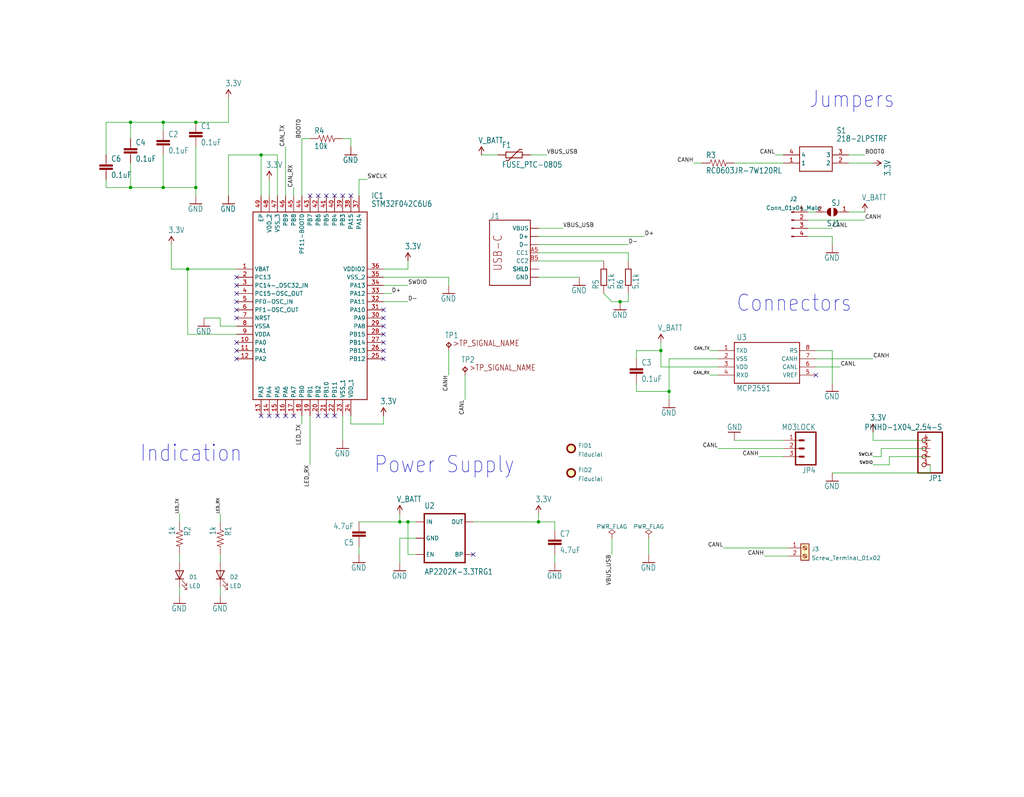
<source format=kicad_sch>
(kicad_sch (version 20211123) (generator eeschema)
  (paper "User" 318.77 248.209)
  (lib_symbols
    (symbol "CANine_v2-eagle-import:218-2LPSTRF"
      (property "Reference" "S" (at 16.51 7.62 0))
      (property "Value" "218-2LPSTRF" (at 16.51 5.08 0))
      (symbol "218-2LPSTRF_1_0"
        (polyline (pts (xy 5.08 2.54) (xy 5.08 -5.08)) (stroke (width 0.254)))
        (polyline (pts (xy 5.08 2.54) (xy 15.24 2.54)) (stroke (width 0.254)))
        (polyline (pts (xy 15.24 -5.08) (xy 5.08 -5.08)) (stroke (width 0.254)))
        (polyline (pts (xy 15.24 -5.08) (xy 15.24 2.54)) (stroke (width 0.254)))
        (pin bidirectional line (at 0 -2.54 0) (length 5.08) (name "1") (number "1"))
        (pin bidirectional line (at 20.32 -2.54 180) (length 5.08) (name "2") (number "2"))
        (pin bidirectional line (at 20.32 0 180) (length 5.08) (name "3") (number "3"))
        (pin bidirectional line (at 0 0 0) (length 5.08) (name "4") (number "4"))
      )
    )
    (symbol "CANine_v2-eagle-import:3.3V" (power)
      (property "Value" "3.3V" (at -1.016 3.556 0))
      (symbol "3.3V_1_0"
        (polyline (pts (xy 0 2.54) (xy -0.762 1.27)) (stroke (width 0.254)))
        (polyline (pts (xy 0.762 1.27) (xy 0 2.54)) (stroke (width 0.254)))
        (pin power_in line (at 0 0 90) (length 2.54) (name "3.3V") (number "1"))
      )
    )
    (symbol "CANine_v2-eagle-import:CAP0603-CAP"
      (property "Reference" "C" (at 1.524 2.921 0))
      (property "Value" "CAP0603-CAP" (at 1.524 -2.159 0))
      (symbol "CAP0603-CAP_1_0"
        (rectangle (start -2.032 0.508) (end 2.032 1.016) (fill (type outline)))
        (rectangle (start -2.032 1.524) (end 2.032 2.032) (fill (type outline)))
        (polyline (pts (xy 0 0) (xy 0 0.508)) (stroke (width 0.1524)))
        (polyline (pts (xy 0 2.54) (xy 0 2.032)) (stroke (width 0.1524)))
        (pin passive line (at 0 5.08 270) (length 2.54) (name "1") (number "1"))
        (pin passive line (at 0 -2.54 90) (length 2.54) (name "2") (number "2"))
      )
    )
    (symbol "CANine_v2-eagle-import:FUSE_PTC-0805"
      (property "Reference" "F" (at -3.81 2.0986 0))
      (property "Value" "FUSE_PTC-0805" (at -3.81 -4.002 0))
      (symbol "FUSE_PTC-0805_1_0"
        (polyline (pts (xy -2.54 -0.889) (xy -2.54 0.889)) (stroke (width 0.254)))
        (polyline (pts (xy -2.54 -0.889) (xy 2.54 -0.889)) (stroke (width 0.254)))
        (polyline (pts (xy -1.7 -1.7) (xy -2.5 -1.7)) (stroke (width 0.254)))
        (polyline (pts (xy 1.7 1.7) (xy -1.7 -1.7)) (stroke (width 0.254)))
        (polyline (pts (xy 1.7 1.7) (xy 2.5 1.7)) (stroke (width 0.254)))
        (polyline (pts (xy 2.54 -0.889) (xy 2.54 0.889)) (stroke (width 0.254)))
        (polyline (pts (xy 2.54 0.889) (xy -2.54 0.889)) (stroke (width 0.254)))
        (pin passive line (at -5.08 0 0) (length 2.54) (name "1") (number "1"))
        (pin passive line (at 5.08 0 180) (length 2.54) (name "2") (number "2"))
      )
    )
    (symbol "CANine_v2-eagle-import:GND" (power)
      (property "Value" "GND" (at -2.54 -2.54 0))
      (symbol "GND_1_0"
        (polyline (pts (xy -1.905 0) (xy 1.905 0)) (stroke (width 0.254)))
        (pin power_in line (at 0 2.54 270) (length 2.54) (name "GND") (number "1"))
      )
    )
    (symbol "CANine_v2-eagle-import:M03LOCK"
      (property "Reference" "JP" (at -2.54 5.842 0))
      (property "Value" "M03LOCK" (at -2.54 -7.62 0))
      (symbol "M03LOCK_1_0"
        (polyline (pts (xy -2.54 5.08) (xy -2.54 -5.08)) (stroke (width 0.4064)))
        (polyline (pts (xy -2.54 5.08) (xy 3.81 5.08)) (stroke (width 0.4064)))
        (polyline (pts (xy 1.27 -2.54) (xy 2.54 -2.54)) (stroke (width 0.6096)))
        (polyline (pts (xy 1.27 0) (xy 2.54 0)) (stroke (width 0.6096)))
        (polyline (pts (xy 1.27 2.54) (xy 2.54 2.54)) (stroke (width 0.6096)))
        (polyline (pts (xy 3.81 -5.08) (xy -2.54 -5.08)) (stroke (width 0.4064)))
        (polyline (pts (xy 3.81 -5.08) (xy 3.81 5.08)) (stroke (width 0.4064)))
        (pin passive line (at 7.62 -2.54 180) (length 5.08) (name "1") (number "1"))
        (pin passive line (at 7.62 0 180) (length 5.08) (name "2") (number "2"))
        (pin passive line (at 7.62 2.54 180) (length 5.08) (name "3") (number "3"))
      )
    )
    (symbol "CANine_v2-eagle-import:MCP2551"
      (property "Reference" "U" (at -4.445 10.795 0))
      (property "Value" "MCP2551" (at -4.445 -5.08 0))
      (symbol "MCP2551_1_0"
        (polyline (pts (xy -5.08 -2.54) (xy 15.24 -2.54)) (stroke (width 0.254)))
        (polyline (pts (xy -5.08 10.16) (xy -5.08 -2.54)) (stroke (width 0.254)))
        (polyline (pts (xy 15.24 -2.54) (xy 15.24 10.16)) (stroke (width 0.254)))
        (polyline (pts (xy 15.24 10.16) (xy -5.08 10.16)) (stroke (width 0.254)))
        (pin bidirectional line (at -10.16 7.62 0) (length 5.08) (name "TXD") (number "1"))
        (pin bidirectional line (at -10.16 5.08 0) (length 5.08) (name "VSS") (number "2"))
        (pin bidirectional line (at -10.16 2.54 0) (length 5.08) (name "VDD") (number "3"))
        (pin bidirectional line (at -10.16 0 0) (length 5.08) (name "RXD") (number "4"))
        (pin bidirectional line (at 20.32 0 180) (length 5.08) (name "VREF") (number "5"))
        (pin bidirectional line (at 20.32 2.54 180) (length 5.08) (name "CANL") (number "6"))
        (pin bidirectional line (at 20.32 5.08 180) (length 5.08) (name "CANH") (number "7"))
        (pin bidirectional line (at 20.32 7.62 180) (length 5.08) (name "RS") (number "8"))
      )
    )
    (symbol "CANine_v2-eagle-import:MIC52053.3V"
      (property "Reference" "U" (at -7.62 9.144 0))
      (property "Value" "MIC52053.3V" (at -7.62 -11.43 0))
      (symbol "MIC52053.3V_1_0"
        (polyline (pts (xy -7.62 -7.62) (xy 5.08 -7.62)) (stroke (width 0.4064)))
        (polyline (pts (xy -7.62 7.62) (xy -7.62 -7.62)) (stroke (width 0.4064)))
        (polyline (pts (xy 5.08 -7.62) (xy 5.08 7.62)) (stroke (width 0.4064)))
        (polyline (pts (xy 5.08 7.62) (xy -7.62 7.62)) (stroke (width 0.4064)))
        (pin input line (at -10.16 5.08 0) (length 2.54) (name "IN") (number "1"))
        (pin input line (at -10.16 0 0) (length 2.54) (name "GND") (number "2"))
        (pin input line (at -10.16 -5.08 0) (length 2.54) (name "EN") (number "3"))
        (pin input line (at 7.62 -5.08 180) (length 2.54) (name "BP") (number "4"))
        (pin passive line (at 7.62 5.08 180) (length 2.54) (name "OUT") (number "5"))
      )
    )
    (symbol "CANine_v2-eagle-import:PINHD-1X04_2.54-S"
      (property "Reference" "JP" (at -6.35 8.255 0))
      (property "Value" "PINHD-1X04_2.54-S" (at -6.35 -7.62 0))
      (symbol "PINHD-1X04_2.54-S_1_0"
        (polyline (pts (xy -6.35 -5.08) (xy 1.27 -5.08)) (stroke (width 0.4064)))
        (polyline (pts (xy -6.35 7.62) (xy -6.35 -5.08)) (stroke (width 0.4064)))
        (polyline (pts (xy 1.27 -5.08) (xy 1.27 7.62)) (stroke (width 0.4064)))
        (polyline (pts (xy 1.27 7.62) (xy -6.35 7.62)) (stroke (width 0.4064)))
        (pin passive inverted (at -2.54 5.08 0) (length 2.54) (name "1") (number "1"))
        (pin passive inverted (at -2.54 2.54 0) (length 2.54) (name "2") (number "2"))
        (pin passive inverted (at -2.54 0 0) (length 2.54) (name "3") (number "3"))
        (pin passive inverted (at -2.54 -2.54 0) (length 2.54) (name "4") (number "4"))
      )
    )
    (symbol "CANine_v2-eagle-import:R-EU_R0603"
      (property "Reference" "R" (at -3.81 1.4986 0))
      (property "Value" "R-EU_R0603" (at -3.81 -3.302 0))
      (symbol "R-EU_R0603_1_0"
        (polyline (pts (xy -2.54 -0.889) (xy -2.54 0.889)) (stroke (width 0.254)))
        (polyline (pts (xy -2.54 -0.889) (xy 2.54 -0.889)) (stroke (width 0.254)))
        (polyline (pts (xy 2.54 -0.889) (xy 2.54 0.889)) (stroke (width 0.254)))
        (polyline (pts (xy 2.54 0.889) (xy -2.54 0.889)) (stroke (width 0.254)))
        (pin passive line (at -5.08 0 0) (length 2.54) (name "1") (number "1"))
        (pin passive line (at 5.08 0 180) (length 2.54) (name "2") (number "2"))
      )
    )
    (symbol "CANine_v2-eagle-import:RESISTOR0603-RES"
      (property "Reference" "R" (at -3.81 1.4986 0))
      (property "Value" "RESISTOR0603-RES" (at -3.81 -3.302 0))
      (symbol "RESISTOR0603-RES_1_0"
        (polyline (pts (xy -2.54 0) (xy -2.159 1.016)) (stroke (width 0.1524)))
        (polyline (pts (xy -2.159 1.016) (xy -1.524 -1.016)) (stroke (width 0.1524)))
        (polyline (pts (xy -1.524 -1.016) (xy -0.889 1.016)) (stroke (width 0.1524)))
        (polyline (pts (xy -0.889 1.016) (xy -0.254 -1.016)) (stroke (width 0.1524)))
        (polyline (pts (xy -0.254 -1.016) (xy 0.381 1.016)) (stroke (width 0.1524)))
        (polyline (pts (xy 0.381 1.016) (xy 1.016 -1.016)) (stroke (width 0.1524)))
        (polyline (pts (xy 1.016 -1.016) (xy 1.651 1.016)) (stroke (width 0.1524)))
        (polyline (pts (xy 1.651 1.016) (xy 2.286 -1.016)) (stroke (width 0.1524)))
        (polyline (pts (xy 2.286 -1.016) (xy 2.54 0)) (stroke (width 0.1524)))
        (pin passive line (at -5.08 0 0) (length 2.54) (name "1") (number "1"))
        (pin passive line (at 5.08 0 180) (length 2.54) (name "2") (number "2"))
      )
    )
    (symbol "CANine_v2-eagle-import:SJ"
      (property "Reference" "SJ" (at -2.54 2.54 0))
      (property "Value" "SJ" (at -2.54 -3.81 0))
      (symbol "SJ_1_0"
        (arc (start -0.381 1.2699) (mid -1.6508 0) (end -0.381 -1.2699) (stroke (width 0.0001)) (fill (type outline)))
        (polyline (pts (xy -2.54 0) (xy -1.651 0)) (stroke (width 0.1524)))
        (polyline (pts (xy 2.54 0) (xy 1.651 0)) (stroke (width 0.1524)))
        (arc (start 0.381 -1.2699) (mid 1.6508 0) (end 0.381 1.2699) (stroke (width 0.0001)) (fill (type outline)))
        (pin passive line (at -5.08 0 0) (length 2.54) (name "1") (number "1"))
        (pin passive line (at 5.08 0 180) (length 2.54) (name "2") (number "2"))
      )
    )
    (symbol "CANine_v2-eagle-import:SPARKFUN-CONNECTORS_USB_C16PIN"
      (property "Reference" "J" (at -2.54 10.414 0))
      (property "Value" "SPARKFUN-CONNECTORS_USB_C16PIN" (at -2.54 -12.446 0))
      (symbol "SPARKFUN-CONNECTORS_USB_C16PIN_1_0"
        (polyline (pts (xy -2.54 -10.16) (xy -2.54 10.16)) (stroke (width 0.254)))
        (polyline (pts (xy -2.54 -10.16) (xy 10.16 -10.16)) (stroke (width 0.254)))
        (polyline (pts (xy 10.16 -10.16) (xy 10.16 10.16)) (stroke (width 0.254)))
        (polyline (pts (xy 10.16 10.16) (xy -2.54 10.16)) (stroke (width 0.254)))
        (text "USB-C" (at 0 0 900) (effects (font (size 2.54 2.159))))
        (pin bidirectional line (at 12.7 0 180) (length 2.54) (name "CC1") (number "A5"))
        (pin bidirectional line (at 12.7 5.08 180) (length 2.54) (name "D+") (number "A6"))
        (pin bidirectional line (at 12.7 2.54 180) (length 2.54) (name "D-") (number "A7"))
        (pin bidirectional line (at 12.7 -2.54 180) (length 2.54) (name "CC2") (number "B5"))
        (pin bidirectional line (at 12.7 5.08 180) (length 2.54) (name "D+") (number "B6"))
        (pin bidirectional line (at 12.7 2.54 180) (length 2.54) (name "D-") (number "B7"))
        (pin bidirectional line (at 12.7 -7.62 180) (length 2.54) (name "GND") (number "GND"))
        (pin bidirectional line (at 12.7 -7.62 180) (length 2.54) (name "GND") (number "GND2"))
        (pin bidirectional line (at 12.7 -5.08 180) (length 2.54) (name "SHLD") (number "SHLD1"))
        (pin bidirectional line (at 12.7 -5.08 180) (length 2.54) (name "SHLD") (number "SHLD2"))
        (pin bidirectional line (at 12.7 -5.08 180) (length 2.54) (name "SHLD") (number "SHLD3"))
        (pin bidirectional line (at 12.7 -5.08 180) (length 2.54) (name "SHLD") (number "SHLD4"))
        (pin bidirectional line (at 12.7 -5.08 180) (length 2.54) (name "SHLD") (number "SHLD5"))
        (pin bidirectional line (at 12.7 -5.08 180) (length 2.54) (name "SHLD") (number "SHLD6"))
        (pin bidirectional line (at 12.7 -5.08 180) (length 2.54) (name "SHLD") (number "SHLD7"))
        (pin bidirectional line (at 12.7 -5.08 180) (length 2.54) (name "SHLD") (number "SHLD8"))
        (pin bidirectional line (at 12.7 7.62 180) (length 2.54) (name "VBUS") (number "VBUS1"))
        (pin bidirectional line (at 12.7 7.62 180) (length 2.54) (name "VBUS") (number "VBUS2"))
      )
    )
    (symbol "CANine_v2-eagle-import:STM32F042C6U6"
      (property "Reference" "IC" (at 41.91 22.86 0))
      (property "Value" "STM32F042C6U6" (at 41.91 20.32 0))
      (symbol "STM32F042C6U6_1_0"
        (polyline (pts (xy 5.08 17.78) (xy 5.08 -40.64)) (stroke (width 0.254)))
        (polyline (pts (xy 5.08 17.78) (xy 40.64 17.78)) (stroke (width 0.254)))
        (polyline (pts (xy 40.64 -40.64) (xy 5.08 -40.64)) (stroke (width 0.254)))
        (polyline (pts (xy 40.64 -40.64) (xy 40.64 17.78)) (stroke (width 0.254)))
        (pin bidirectional line (at 0 0 0) (length 5.08) (name "VBAT") (number "1"))
        (pin bidirectional line (at 0 -22.86 0) (length 5.08) (name "PA0") (number "10"))
        (pin bidirectional line (at 0 -25.4 0) (length 5.08) (name "PA1") (number "11"))
        (pin bidirectional line (at 0 -27.94 0) (length 5.08) (name "PA2") (number "12"))
        (pin bidirectional line (at 7.62 -45.72 90) (length 5.08) (name "PA3") (number "13"))
        (pin bidirectional line (at 10.16 -45.72 90) (length 5.08) (name "PA4") (number "14"))
        (pin bidirectional line (at 12.7 -45.72 90) (length 5.08) (name "PA5") (number "15"))
        (pin bidirectional line (at 15.24 -45.72 90) (length 5.08) (name "PA6") (number "16"))
        (pin bidirectional line (at 17.78 -45.72 90) (length 5.08) (name "PA7") (number "17"))
        (pin bidirectional line (at 20.32 -45.72 90) (length 5.08) (name "PB0") (number "18"))
        (pin bidirectional line (at 22.86 -45.72 90) (length 5.08) (name "PB1") (number "19"))
        (pin bidirectional line (at 0 -2.54 0) (length 5.08) (name "PC13") (number "2"))
        (pin bidirectional line (at 25.4 -45.72 90) (length 5.08) (name "PB2") (number "20"))
        (pin bidirectional line (at 27.94 -45.72 90) (length 5.08) (name "PB10") (number "21"))
        (pin bidirectional line (at 30.48 -45.72 90) (length 5.08) (name "PB11") (number "22"))
        (pin bidirectional line (at 33.02 -45.72 90) (length 5.08) (name "VSS_1") (number "23"))
        (pin bidirectional line (at 35.56 -45.72 90) (length 5.08) (name "VDD_1") (number "24"))
        (pin bidirectional line (at 45.72 -27.94 180) (length 5.08) (name "PB12") (number "25"))
        (pin bidirectional line (at 45.72 -25.4 180) (length 5.08) (name "PB13") (number "26"))
        (pin bidirectional line (at 45.72 -22.86 180) (length 5.08) (name "PB14") (number "27"))
        (pin bidirectional line (at 45.72 -20.32 180) (length 5.08) (name "PB15") (number "28"))
        (pin bidirectional line (at 45.72 -17.78 180) (length 5.08) (name "PA8") (number "29"))
        (pin bidirectional line (at 0 -5.08 0) (length 5.08) (name "PC14-_OSC32_IN") (number "3"))
        (pin bidirectional line (at 45.72 -15.24 180) (length 5.08) (name "PA9") (number "30"))
        (pin bidirectional line (at 45.72 -12.7 180) (length 5.08) (name "PA10") (number "31"))
        (pin bidirectional line (at 45.72 -10.16 180) (length 5.08) (name "PA11") (number "32"))
        (pin bidirectional line (at 45.72 -7.62 180) (length 5.08) (name "PA12") (number "33"))
        (pin bidirectional line (at 45.72 -5.08 180) (length 5.08) (name "PA13") (number "34"))
        (pin bidirectional line (at 45.72 -2.54 180) (length 5.08) (name "VSS_2") (number "35"))
        (pin bidirectional line (at 45.72 0 180) (length 5.08) (name "VDDIO2") (number "36"))
        (pin bidirectional line (at 38.1 22.86 270) (length 5.08) (name "PA14") (number "37"))
        (pin bidirectional line (at 35.56 22.86 270) (length 5.08) (name "PA15") (number "38"))
        (pin bidirectional line (at 33.02 22.86 270) (length 5.08) (name "PB3") (number "39"))
        (pin bidirectional line (at 0 -7.62 0) (length 5.08) (name "PC15-OSC_OUT") (number "4"))
        (pin bidirectional line (at 30.48 22.86 270) (length 5.08) (name "PB4") (number "40"))
        (pin bidirectional line (at 27.94 22.86 270) (length 5.08) (name "PB5") (number "41"))
        (pin bidirectional line (at 25.4 22.86 270) (length 5.08) (name "PB6") (number "42"))
        (pin bidirectional line (at 22.86 22.86 270) (length 5.08) (name "PB7") (number "43"))
        (pin bidirectional line (at 20.32 22.86 270) (length 5.08) (name "PF11-BOOT0") (number "44"))
        (pin bidirectional line (at 17.78 22.86 270) (length 5.08) (name "PB8") (number "45"))
        (pin bidirectional line (at 15.24 22.86 270) (length 5.08) (name "PB9") (number "46"))
        (pin bidirectional line (at 12.7 22.86 270) (length 5.08) (name "VSS_3") (number "47"))
        (pin bidirectional line (at 10.16 22.86 270) (length 5.08) (name "VDD_2") (number "48"))
        (pin bidirectional line (at 7.62 22.86 270) (length 5.08) (name "EP") (number "49"))
        (pin bidirectional line (at 0 -10.16 0) (length 5.08) (name "PF0-OSC_IN") (number "5"))
        (pin bidirectional line (at 0 -12.7 0) (length 5.08) (name "PF1-OSC_OUT") (number "6"))
        (pin bidirectional line (at 0 -15.24 0) (length 5.08) (name "NRST") (number "7"))
        (pin bidirectional line (at 0 -17.78 0) (length 5.08) (name "VSSA") (number "8"))
        (pin bidirectional line (at 0 -20.32 0) (length 5.08) (name "VDDA") (number "9"))
      )
    )
    (symbol "CANine_v2-eagle-import:TPTP16R"
      (property "Reference" "TP" (at -1.27 1.27 0))
      (symbol "TPTP16R_1_0"
        (polyline (pts (xy -0.762 -0.762) (xy 0 0)) (stroke (width 0.254)))
        (polyline (pts (xy 0 -1.524) (xy -0.762 -0.762)) (stroke (width 0.254)))
        (polyline (pts (xy 0 0) (xy 0.762 -0.762)) (stroke (width 0.254)))
        (polyline (pts (xy 0.762 -0.762) (xy 0 -1.524)) (stroke (width 0.254)))
        (text ">TP_SIGNAL_NAME" (at 1.27 -1.27 0) (effects (font (size 1.778 1.5113)) (justify left bottom)))
        (pin input line (at 0 -2.54 90) (length 2.54) (name "TP") (number "TP"))
      )
    )
    (symbol "CANine_v2-eagle-import:V_BATT" (power)
      (property "Value" "V_BATT" (at -1.016 3.556 0))
      (symbol "V_BATT_1_0"
        (polyline (pts (xy 0 2.54) (xy -0.762 1.27)) (stroke (width 0.254)))
        (polyline (pts (xy 0.762 1.27) (xy 0 2.54)) (stroke (width 0.254)))
        (pin power_in line (at 0 0 90) (length 2.54) (name "V_BATT") (number "1"))
      )
    )
    (symbol "Connector:Conn_01x04_Male" (pin_names (offset 1.016) hide)
      (property "Reference" "J" (at 0 5.08 0))
      (property "Value" "Conn_01x04_Male" (at 0 -7.62 0))
      (symbol "Conn_01x04_Male_1_1"
        (polyline (pts (xy 1.27 -5.08) (xy 0.8636 -5.08)) (stroke (width 0.1524)))
        (polyline (pts (xy 1.27 -2.54) (xy 0.8636 -2.54)) (stroke (width 0.1524)))
        (polyline (pts (xy 1.27 0) (xy 0.8636 0)) (stroke (width 0.1524)))
        (polyline (pts (xy 1.27 2.54) (xy 0.8636 2.54)) (stroke (width 0.1524)))
        (rectangle (start 0.8636 -4.953) (end 0 -5.207) (stroke (width 0.1524)) (fill (type outline)))
        (rectangle (start 0.8636 -2.413) (end 0 -2.667) (stroke (width 0.1524)) (fill (type outline)))
        (rectangle (start 0.8636 0.127) (end 0 -0.127) (stroke (width 0.1524)) (fill (type outline)))
        (rectangle (start 0.8636 2.667) (end 0 2.413) (stroke (width 0.1524)) (fill (type outline)))
        (pin passive line (at 5.08 2.54 180) (length 3.81) (name "Pin_1") (number "1"))
        (pin passive line (at 5.08 0 180) (length 3.81) (name "Pin_2") (number "2"))
        (pin passive line (at 5.08 -2.54 180) (length 3.81) (name "Pin_3") (number "3"))
        (pin passive line (at 5.08 -5.08 180) (length 3.81) (name "Pin_4") (number "4"))
      )
    )
    (symbol "Connector:Screw_Terminal_01x02" (pin_names (offset 1.016) hide)
      (property "Reference" "J" (at 0 2.54 0))
      (property "Value" "Screw_Terminal_01x02" (at 0 -5.08 0))
      (symbol "Screw_Terminal_01x02_1_1"
        (rectangle (start -1.27 1.27) (end 1.27 -3.81) (stroke (width 0.254)) (fill (type background)))
        (circle (center 0 -2.54) (radius 0.635) (stroke (width 0.1524)))
        (polyline (pts (xy -0.5334 -2.2098) (xy 0.3302 -3.048)) (stroke (width 0.1524)))
        (polyline (pts (xy -0.5334 0.3302) (xy 0.3302 -0.508)) (stroke (width 0.1524)))
        (polyline (pts (xy -0.3556 -2.032) (xy 0.508 -2.8702)) (stroke (width 0.1524)))
        (polyline (pts (xy -0.3556 0.508) (xy 0.508 -0.3302)) (stroke (width 0.1524)))
        (circle (center 0 0) (radius 0.635) (stroke (width 0.1524)))
        (pin passive line (at -5.08 0 0) (length 3.81) (name "Pin_1") (number "1"))
        (pin passive line (at -5.08 -2.54 0) (length 3.81) (name "Pin_2") (number "2"))
      )
    )
    (symbol "Device:LED" (pin_numbers hide) (pin_names (offset 1.016) hide)
      (property "Reference" "D" (at 0 2.54 0))
      (property "Value" "LED" (at 0 -2.54 0))
      (symbol "LED_0_1"
        (polyline (pts (xy -1.27 -1.27) (xy -1.27 1.27)) (stroke (width 0.254)))
        (polyline (pts (xy -1.27 0) (xy 1.27 0)))
        (polyline (pts (xy 1.27 -1.27) (xy 1.27 1.27) (xy -1.27 0) (xy 1.27 -1.27)) (stroke (width 0.254)))
        (polyline (pts (xy -3.048 -0.762) (xy -4.572 -2.286) (xy -3.81 -2.286) (xy -4.572 -2.286) (xy -4.572 -1.524)))
        (polyline (pts (xy -1.778 -0.762) (xy -3.302 -2.286) (xy -2.54 -2.286) (xy -3.302 -2.286) (xy -3.302 -1.524)))
      )
      (symbol "LED_1_1"
        (pin passive line (at -3.81 0 0) (length 2.54) (name "K") (number "1"))
        (pin passive line (at 3.81 0 180) (length 2.54) (name "A") (number "2"))
      )
    )
    (symbol "Mechanical:Fiducial"
      (property "Reference" "FID" (at 0 5.08 0))
      (property "Value" "Fiducial" (at 0 3.175 0))
      (symbol "Fiducial_0_1"
        (circle (center 0 0) (radius 1.27) (stroke (width 0.508)) (fill (type background)))
      )
    )
    (symbol "power:PWR_FLAG" (power) (pin_numbers hide) (pin_names (offset 0) hide)
      (property "Value" "PWR_FLAG" (at 0 3.81 0))
      (symbol "PWR_FLAG_0_0"
        (pin power_out line (at 0 0 90) (length 0) (name "pwr") (number "1"))
      )
      (symbol "PWR_FLAG_0_1"
        (polyline (pts (xy 0 0) (xy 0 1.27) (xy -1.016 1.905) (xy 0 2.54) (xy 1.016 1.905) (xy 0 1.27)))
      )
    )
  )
  (junction (at 50.8 38.1))
  (junction (at 193.04 93.98))
  (junction (at 60.96 58.42))
  (junction (at 60.96 38.1))
  (junction (at 50.8 58.42))
  (junction (at 167.64 162.56))
  (junction (at 127 162.56))
  (junction (at 205.74 109.22))
  (junction (at 58.42 83.82))
  (junction (at 40.64 58.42))
  (junction (at 40.64 38.1))
  (junction (at 124.46 162.56))
  (junction (at 208.28 121.92))
  (junction (at 81.28 48.26))
  (no_connect (at 254 116.84))
  (no_connect (at 83.82 129.54))
  (no_connect (at 81.28 129.54))
  (no_connect (at 73.66 96.52))
  (no_connect (at 73.66 99.06))
  (no_connect (at 73.66 111.76))
  (no_connect (at 73.66 109.22))
  (no_connect (at 73.66 106.68))
  (no_connect (at 119.38 111.76))
  (no_connect (at 119.38 109.22))
  (no_connect (at 119.38 106.68))
  (no_connect (at 119.38 104.14))
  (no_connect (at 119.38 101.6))
  (no_connect (at 119.38 99.06))
  (no_connect (at 119.38 96.52))
  (no_connect (at 99.06 129.54))
  (no_connect (at 101.6 129.54))
  (no_connect (at 86.36 129.54))
  (no_connect (at 88.9 129.54))
  (no_connect (at 91.44 129.54))
  (no_connect (at 104.14 129.54))
  (no_connect (at 73.66 86.36))
  (no_connect (at 73.66 88.9))
  (no_connect (at 73.66 91.44))
  (no_connect (at 73.66 93.98))
  (no_connect (at 147.32 172.72))
  (no_connect (at 109.22 60.96))
  (no_connect (at 106.68 60.96))
  (no_connect (at 104.14 60.96))
  (no_connect (at 101.6 60.96))
  (no_connect (at 99.06 60.96))
  (no_connect (at 96.52 60.96))
  (wire (pts (xy 71.12 38.1) (xy 71.12 30.48)))
  (wire (pts (xy 208.28 121.92) (xy 208.28 124.46)))
  (wire (pts (xy 71.12 38.1) (xy 60.96 38.1)))
  (wire (pts (xy 167.64 73.66) (xy 200.66 73.66)))
  (wire (pts (xy 73.66 104.14) (xy 58.42 104.14)))
  (wire (pts (xy 119.38 88.9) (xy 127 88.9)))
  (wire (pts (xy 109.22 43.18) (xy 109.22 45.72)))
  (wire (pts (xy 243.84 50.8) (xy 228.6 50.8)))
  (wire (pts (xy 245.491 170.688) (xy 225.171 170.688)))
  (wire (pts (xy 220.98 109.22) (xy 223.52 109.22)))
  (wire (pts (xy 119.38 132.08) (xy 119.38 129.54)))
  (wire (pts (xy 139.7 86.36) (xy 139.7 88.9)))
  (wire (pts (xy 167.64 71.12) (xy 175.26 71.12)))
  (wire (pts (xy 60.96 58.42) (xy 60.96 60.96)))
  (wire (pts (xy 274.32 139.7) (xy 289.56 139.7)))
  (wire (pts (xy 243.84 139.7) (xy 223.52 139.7)))
  (wire (pts (xy 195.58 91.44) (xy 195.58 93.98)))
  (wire (pts (xy 71.12 48.26) (xy 71.12 60.96)))
  (wire (pts (xy 147.32 162.56) (xy 167.64 162.56)))
  (wire (pts (xy 86.36 60.96) (xy 86.36 48.26)))
  (wire (pts (xy 81.28 60.96) (xy 81.28 48.26)))
  (wire (pts (xy 259.08 147.32) (xy 289.56 147.32)))
  (wire (pts (xy 119.38 83.82) (xy 127 83.82)))
  (wire (pts (xy 109.22 132.08) (xy 119.38 132.08)))
  (wire (pts (xy 68.58 182.88) (xy 68.58 185.42)))
  (wire (pts (xy 276.86 144.78) (xy 276.86 142.24)))
  (wire (pts (xy 73.66 101.6) (xy 68.58 101.6)))
  (wire (pts (xy 96.52 129.54) (xy 96.52 144.78)))
  (wire (pts (xy 33.02 55.88) (xy 33.02 58.42)))
  (wire (pts (xy 111.76 172.72) (xy 111.76 170.18)))
  (wire (pts (xy 58.42 104.14) (xy 58.42 83.82)))
  (wire (pts (xy 190.5 93.98) (xy 193.04 93.98)))
  (wire (pts (xy 119.38 86.36) (xy 139.7 86.36)))
  (wire (pts (xy 167.64 86.36) (xy 180.34 86.36)))
  (wire (pts (xy 198.12 111.76) (xy 198.12 109.22)))
  (wire (pts (xy 83.82 60.96) (xy 83.82 55.88)))
  (wire (pts (xy 81.28 48.26) (xy 71.12 48.26)))
  (wire (pts (xy 198.12 109.22) (xy 205.74 109.22)))
  (wire (pts (xy 167.64 78.74) (xy 195.58 78.74)))
  (wire (pts (xy 129.54 167.64) (xy 124.46 167.64)))
  (wire (pts (xy 172.72 162.56) (xy 172.72 165.1)))
  (wire (pts (xy 50.8 58.42) (xy 50.8 48.26)))
  (wire (pts (xy 167.64 76.2) (xy 195.58 76.2)))
  (wire (pts (xy 223.52 111.76) (xy 208.28 111.76)))
  (wire (pts (xy 93.98 129.54) (xy 93.98 132.08)))
  (wire (pts (xy 243.84 137.16) (xy 228.6 137.16)))
  (wire (pts (xy 50.8 38.1) (xy 50.8 40.64)))
  (wire (pts (xy 195.58 78.74) (xy 195.58 81.28)))
  (wire (pts (xy 106.68 43.18) (xy 109.22 43.18)))
  (wire (pts (xy 33.02 38.1) (xy 33.02 48.26)))
  (wire (pts (xy 208.28 111.76) (xy 208.28 121.92)))
  (wire (pts (xy 139.7 109.22) (xy 139.7 116.84)))
  (wire (pts (xy 205.74 109.22) (xy 205.74 106.68)))
  (wire (pts (xy 40.64 50.8) (xy 40.64 58.42)))
  (wire (pts (xy 259.08 109.22) (xy 259.08 119.38)))
  (wire (pts (xy 254 111.76) (xy 271.78 111.76)))
  (wire (pts (xy 40.64 58.42) (xy 50.8 58.42)))
  (wire (pts (xy 218.44 50.8) (xy 215.9 50.8)))
  (wire (pts (xy 205.74 114.3) (xy 205.74 109.22)))
  (wire (pts (xy 243.84 142.24) (xy 236.22 142.24)))
  (wire (pts (xy 111.76 162.56) (xy 124.46 162.56)))
  (wire (pts (xy 124.46 162.56) (xy 124.46 160.02)))
  (wire (pts (xy 201.93 167.64) (xy 201.93 172.72)))
  (wire (pts (xy 68.58 160.02) (xy 68.58 162.56)))
  (wire (pts (xy 167.64 81.28) (xy 187.96 81.28)))
  (wire (pts (xy 119.38 91.44) (xy 121.92 91.44)))
  (wire (pts (xy 198.12 119.38) (xy 198.12 121.92)))
  (wire (pts (xy 251.46 71.12) (xy 259.08 71.12)))
  (wire (pts (xy 129.54 172.72) (xy 127 172.72)))
  (wire (pts (xy 251.46 66.04) (xy 254 66.04)))
  (wire (pts (xy 40.64 38.1) (xy 40.64 43.18)))
  (wire (pts (xy 289.56 147.32) (xy 289.56 144.78)))
  (wire (pts (xy 73.66 83.82) (xy 58.42 83.82)))
  (wire (pts (xy 127 172.72) (xy 127 162.56)))
  (wire (pts (xy 195.58 93.98) (xy 193.04 93.98)))
  (wire (pts (xy 190.5 167.64) (xy 190.5 172.72)))
  (wire (pts (xy 274.32 142.24) (xy 274.32 139.7)))
  (wire (pts (xy 40.64 58.42) (xy 33.02 58.42)))
  (wire (pts (xy 58.42 83.82) (xy 53.34 83.82)))
  (wire (pts (xy 271.78 142.24) (xy 274.32 142.24)))
  (wire (pts (xy 68.58 99.06) (xy 63.5 99.06)))
  (wire (pts (xy 53.34 76.2) (xy 53.34 83.82)))
  (wire (pts (xy 55.88 160.02) (xy 55.88 162.56)))
  (wire (pts (xy 245.491 173.228) (xy 237.871 173.228)))
  (wire (pts (xy 88.9 60.96) (xy 88.9 45.72)))
  (wire (pts (xy 251.46 68.58) (xy 269.24 68.58)))
  (wire (pts (xy 127 162.56) (xy 124.46 162.56)))
  (wire (pts (xy 86.36 48.26) (xy 81.28 48.26)))
  (wire (pts (xy 154.94 48.26) (xy 149.86 48.26)))
  (wire (pts (xy 50.8 58.42) (xy 60.96 58.42)))
  (wire (pts (xy 93.98 60.96) (xy 93.98 43.18)))
  (wire (pts (xy 68.58 175.26) (xy 68.58 172.72)))
  (wire (pts (xy 187.96 91.44) (xy 190.5 93.98)))
  (wire (pts (xy 223.52 116.84) (xy 220.98 116.84)))
  (wire (pts (xy 243.84 48.26) (xy 241.3 48.26)))
  (wire (pts (xy 124.46 167.64) (xy 124.46 175.26)))
  (wire (pts (xy 276.86 142.24) (xy 289.56 142.24)))
  (wire (pts (xy 119.38 93.98) (xy 127 93.98)))
  (wire (pts (xy 167.64 162.56) (xy 172.72 162.56)))
  (wire (pts (xy 40.64 38.1) (xy 33.02 38.1)))
  (wire (pts (xy 55.88 182.88) (xy 55.88 185.42)))
  (wire (pts (xy 271.78 137.16) (xy 271.78 134.62)))
  (wire (pts (xy 167.64 162.56) (xy 167.64 160.02)))
  (wire (pts (xy 271.78 137.16) (xy 289.56 137.16)))
  (wire (pts (xy 165.1 48.26) (xy 170.18 48.26)))
  (wire (pts (xy 111.76 55.88) (xy 114.3 55.88)))
  (wire (pts (xy 50.8 38.1) (xy 40.64 38.1)))
  (wire (pts (xy 127 83.82) (xy 127 81.28)))
  (wire (pts (xy 223.52 114.3) (xy 205.74 114.3)))
  (wire (pts (xy 264.16 66.04) (xy 269.24 66.04)))
  (wire (pts (xy 254 114.3) (xy 261.62 114.3)))
  (wire (pts (xy 55.88 175.26) (xy 55.88 172.72)))
  (wire (pts (xy 60.96 38.1) (xy 50.8 38.1)))
  (wire (pts (xy 144.78 116.84) (xy 144.78 124.46)))
  (wire (pts (xy 271.78 50.8) (xy 264.16 50.8)))
  (wire (pts (xy 271.78 144.78) (xy 276.86 144.78)))
  (wire (pts (xy 127 162.56) (xy 129.54 162.56)))
  (wire (pts (xy 251.46 73.66) (xy 259.08 73.66)))
  (wire (pts (xy 172.72 175.26) (xy 172.72 172.72)))
  (wire (pts (xy 111.76 60.96) (xy 111.76 55.88)))
  (wire (pts (xy 254 109.22) (xy 259.08 109.22)))
  (wire (pts (xy 259.08 73.66) (xy 259.08 76.2)))
  (wire (pts (xy 264.16 48.26) (xy 269.24 48.26)))
  (wire (pts (xy 60.96 58.42) (xy 60.96 45.72)))
  (wire (pts (xy 91.44 60.96) (xy 91.44 58.42)))
  (wire (pts (xy 96.52 43.18) (xy 93.98 43.18)))
  (wire (pts (xy 198.12 121.92) (xy 208.28 121.92)))
  (wire (pts (xy 68.58 101.6) (xy 68.58 99.06)))
  (wire (pts (xy 109.22 129.54) (xy 109.22 132.08)))
  (wire (pts (xy 106.68 129.54) (xy 106.68 137.16)))
  (text "Jumpers" (at 251.714 34.036 180) (effects (font (size 5.08 4.318)) (justify left bottom)))
  (text "Connectors" (at 229.108 97.536 180) (effects (font (size 5.08 4.318)) (justify left bottom)))
  (text "Indication" (at 43.434 144.272 180) (effects (font (size 5.08 4.318)) (justify left bottom)))
  (text "Power Supply" (at 116.332 147.828 180) (effects (font (size 5.08 4.318)) (justify left bottom)))
  (label "D+" (at 121.92 91.44 0) (effects (font (size 1.2446 1.2446))))
  (label "CANL" (at 144.78 124.46 270) (effects (font (size 1.2446 1.2446))))
  (label "SWDIO" (at 271.78 144.78 180) (effects (font (size 0.889 0.889))))
  (label "D-" (at 127 93.98 0) (effects (font (size 1.2446 1.2446))))
  (label "BOOT0" (at 269.24 48.26 0) (effects (font (size 1.2446 1.2446))))
  (label "CANH" (at 139.7 116.84 270) (effects (font (size 1.2446 1.2446))))
  (label "CAN_RX" (at 220.98 116.84 180) (effects (font (size 0.889 0.889))))
  (label "LED_RX" (at 96.52 144.78 270) (effects (font (size 1.2446 1.2446))))
  (label "SWCLK" (at 114.3 55.88 0) (effects (font (size 1.2446 1.2446))))
  (label "BOOT0" (at 93.98 43.18 90) (effects (font (size 1.2446 1.2446))))
  (label "CANL" (at 261.62 114.3 0) (effects (font (size 1.2446 1.2446))))
  (label "CAN_TX" (at 88.9 45.72 90) (effects (font (size 1.2446 1.2446))))
  (label "CAN_RX" (at 91.44 58.42 90) (effects (font (size 1.2446 1.2446))))
  (label "D+" (at 200.66 73.66 0) (effects (font (size 1.2446 1.2446))))
  (label "CANL" (at 259.08 71.12 0) (effects (font (size 1.2446 1.2446))))
  (label "LED_TX" (at 55.88 160.02 90) (effects (font (size 0.889 0.889))))
  (label "CANH" (at 269.24 68.58 0) (effects (font (size 1.2446 1.2446))))
  (label "VBUS_USB" (at 175.26 71.12 0) (effects (font (size 1.2446 1.2446))))
  (label "CANH" (at 215.9 50.8 180) (effects (font (size 1.2446 1.2446))))
  (label "LED_TX" (at 93.98 132.08 270) (effects (font (size 1.2446 1.2446))))
  (label "SWDIO" (at 127 88.9 0) (effects (font (size 1.2446 1.2446))))
  (label "CAN_TX" (at 220.98 109.22 180) (effects (font (size 0.889 0.889))))
  (label "D-" (at 195.58 76.2 0) (effects (font (size 1.2446 1.2446))))
  (label "LED_RX" (at 68.58 160.02 90) (effects (font (size 0.889 0.889))))
  (label "VBUS_USB" (at 190.5 172.72 270) (effects (font (size 1.2446 1.2446))))
  (label "CANL" (at 223.52 139.7 180) (effects (font (size 1.2446 1.2446))))
  (label "CANL" (at 225.171 170.688 180) (effects (font (size 1.2446 1.2446))))
  (label "CANH" (at 236.22 142.24 180) (effects (font (size 1.2446 1.2446))))
  (label "VBUS_USB" (at 170.18 48.26 0) (effects (font (size 1.2446 1.2446))))
  (label "SWCLK" (at 271.78 142.24 180) (effects (font (size 0.889 0.889))))
  (label "CANL" (at 241.3 48.26 180) (effects (font (size 1.2446 1.2446))))
  (label "CANH" (at 271.78 111.76 0) (effects (font (size 1.2446 1.2446))))
  (label "CANH" (at 237.871 173.228 180) (effects (font (size 1.2446 1.2446))))
  (symbol (lib_id "CANine_v2-eagle-import:SPARKFUN-CONNECTORS_USB_C16PIN") (at 154.94 78.74 0)
    (property "Reference" "J1" (at 152.4 68.326 0) (effects (font (size 1.778 1.778)) (justify left bottom)))
    (property "Value" "SPARKFUN-CONNECTORS_USB_C16PIN" (effects hide))
    (property "Footprint" "Movr:SPARKFUN-CONNECTORS_USB-C-16P" (effects hide))
  )
  (symbol (lib_id "CANine_v2-eagle-import:RESISTOR0603-RES") (at 223.52 50.8 0)
    (property "Reference" "R3" (at 219.71 49.3014 0) (effects (font (size 1.778 1.5113)) (justify left bottom)))
    (property "Value" "RC0603JR-7W120RL" (at 219.71 54.102 0) (effects (font (size 1.778 1.5113)) (justify left bottom)))
    (property "Footprint" "Resistor_SMD:R_0603_1608Metric" (effects hide))
  )
  (symbol (lib_id "CANine_v2-eagle-import:3.3V") (at 53.34 76.2 0)
    (property "Reference" "#SUPPLY08" (effects hide))
    (property "Value" "3.3V" (at 52.324 72.644 0) (effects (font (size 1.778 1.5113)) (justify left bottom)))
  )
  (symbol (lib_id "CANine_v2-eagle-import:GND") (at 259.08 121.92 0)
    (property "Reference" "#GND06" (effects hide))
    (property "Value" "GND" (at 256.54 124.46 0) (effects (font (size 1.778 1.5113)) (justify left bottom)))
  )
  (symbol (lib_id "CANine_v2-eagle-import:R-EU_R0603") (at 195.58 86.36 90)
    (property "Reference" "R6" (at 194.0814 90.17 0) (effects (font (size 1.778 1.5113)) (justify left bottom)))
    (property "Value" "5.1k" (at 198.882 90.17 0) (effects (font (size 1.778 1.5113)) (justify left bottom)))
    (property "Footprint" "Resistor_SMD:R_0603_1608Metric" (effects hide))
  )
  (symbol (lib_id "CANine_v2-eagle-import:GND") (at 139.7 91.44 0)
    (property "Reference" "#GND017" (effects hide))
    (property "Value" "GND" (at 137.16 93.98 0) (effects (font (size 1.778 1.5113)) (justify left bottom)))
  )
  (symbol (lib_id "CANine_v2-eagle-import:GND") (at 68.58 187.96 0)
    (property "Reference" "#GND04" (effects hide))
    (property "Value" "GND" (at 66.04 190.5 0) (effects (font (size 1.778 1.5113)) (justify left bottom)))
  )
  (symbol (lib_id "CANine_v2-eagle-import:GND") (at 208.28 127 0)
    (property "Reference" "#GND03" (effects hide))
    (property "Value" "GND" (at 205.74 129.54 0) (effects (font (size 1.778 1.5113)) (justify left bottom)))
  )
  (symbol (lib_id "power:PWR_FLAG") (at 190.5 167.64 0) (unit 1)
    (property "Reference" "#FLG0102" (effects hide))
    (property "Value" "PWR_FLAG" (at 190.5 164.0355 0))
  )
  (symbol (lib_id "CANine_v2-eagle-import:STM32F042C6U6") (at 73.66 83.82 0)
    (property "Reference" "IC1" (at 115.57 60.96 0) (effects (font (size 1.778 1.5113)) (justify left)))
    (property "Value" "STM32F042C6U6" (at 115.57 63.5 0) (effects (font (size 1.778 1.5113)) (justify left)))
    (property "Footprint" "Package_DFN_QFN:QFN-48-1EP_7x7mm_P0.5mm_EP5.6x5.6mm" (effects hide))
  )
  (symbol (lib_id "CANine_v2-eagle-import:GND") (at 109.22 48.26 0)
    (property "Reference" "#GND011" (effects hide))
    (property "Value" "GND" (at 106.68 50.8 0) (effects (font (size 1.778 1.5113)) (justify left bottom)))
  )
  (symbol (lib_id "CANine_v2-eagle-import:GND") (at 111.76 175.26 0)
    (property "Reference" "#GND07" (effects hide))
    (property "Value" "GND" (at 109.22 177.8 0) (effects (font (size 1.778 1.5113)) (justify left bottom)))
  )
  (symbol (lib_id "CANine_v2-eagle-import:CAP0603-CAP") (at 40.64 48.26 0)
    (property "Reference" "C4" (at 42.164 45.339 0) (effects (font (size 1.778 1.5113)) (justify left bottom)))
    (property "Value" "0.1uF" (at 42.164 50.419 0) (effects (font (size 1.778 1.5113)) (justify left bottom)))
    (property "Footprint" "Capacitor_SMD:C_0603_1608Metric" (effects hide))
  )
  (symbol (lib_id "Connector:Screw_Terminal_01x02") (at 250.571 170.688 0) (unit 1)
    (property "Reference" "J3" (at 252.603 171.0495 0) (effects (justify left)))
    (property "Value" "Screw_Terminal_01x02" (at 252.603 173.8246 0) (effects (justify left)))
    (property "Footprint" "TerminalBlock:TerminalBlock_bornier-2_P5.08mm" (effects hide))
  )
  (symbol (lib_id "CANine_v2-eagle-import:RESISTOR0603-RES") (at 68.58 167.64 270)
    (property "Reference" "R1" (at 70.0786 163.83 0) (effects (font (size 1.778 1.5113)) (justify left bottom)))
    (property "Value" "1k" (at 65.278 163.83 0) (effects (font (size 1.778 1.5113)) (justify left bottom)))
    (property "Footprint" "Resistor_SMD:R_0603_1608Metric" (effects hide))
  )
  (symbol (lib_id "CANine_v2-eagle-import:V_BATT") (at 205.74 106.68 0)
    (property "Reference" "#SUPPLY06" (effects hide))
    (property "Value" "V_BATT" (at 204.724 103.124 0) (effects (font (size 1.778 1.5113)) (justify left bottom)))
  )
  (symbol (lib_id "CANine_v2-eagle-import:GND") (at 259.08 149.86 0)
    (property "Reference" "#GND09" (effects hide))
    (property "Value" "GND" (at 256.54 152.4 0) (effects (font (size 1.778 1.5113)) (justify left bottom)))
  )
  (symbol (lib_id "CANine_v2-eagle-import:GND") (at 55.88 187.96 0)
    (property "Reference" "#GND01" (effects hide))
    (property "Value" "GND" (at 53.34 190.5 0) (effects (font (size 1.778 1.5113)) (justify left bottom)))
  )
  (symbol (lib_id "CANine_v2-eagle-import:SJ") (at 259.08 66.04 180)
    (property "Reference" "SJ1" (at 261.62 68.58 0) (effects (font (size 1.778 1.5113)) (justify left bottom)))
    (property "Value" "SJ" (at 261.62 62.23 0) (effects (font (size 1.778 1.5113)) (justify left bottom)))
    (property "Footprint" "SJ" (effects hide))
  )
  (symbol (lib_id "CANine_v2-eagle-import:RESISTOR0603-RES") (at 101.6 43.18 0)
    (property "Reference" "R4" (at 97.79 41.6814 0) (effects (font (size 1.778 1.5113)) (justify left bottom)))
    (property "Value" "10k" (at 97.79 46.482 0) (effects (font (size 1.778 1.5113)) (justify left bottom)))
    (property "Footprint" "Resistor_SMD:R_0603_1608Metric" (effects hide))
  )
  (symbol (lib_id "CANine_v2-eagle-import:M03LOCK") (at 251.46 139.7 180)
    (property "Reference" "JP4" (at 254 145.542 0) (effects (font (size 1.778 1.5113)) (justify left bottom)))
    (property "Value" "M03LOCK" (at 254 132.08 0) (effects (font (size 1.778 1.5113)) (justify left bottom)))
    (property "Footprint" "1X03_LOCK" (effects hide))
  )
  (symbol (lib_id "CANine_v2-eagle-import:PINHD-1X04_2.54-S") (at 287.02 139.7 180)
    (property "Reference" "JP1" (at 293.37 147.955 0) (effects (font (size 1.778 1.5113)) (justify left bottom)))
    (property "Value" "PINHD-1X04_2.54-S" (at 293.37 132.08 0) (effects (font (size 1.778 1.5113)) (justify left bottom)))
    (property "Footprint" "1X04-S" (effects hide))
  )
  (symbol (lib_id "CANine_v2-eagle-import:GND") (at 201.93 175.26 0) (unit 1)
    (property "Reference" "#GND0101" (effects hide))
    (property "Value" "GND" (at 199.39 177.8 0) (effects (font (size 1.778 1.5113)) (justify left bottom)))
  )
  (symbol (lib_id "CANine_v2-eagle-import:3.3V") (at 119.38 129.54 0)
    (property "Reference" "#SUPPLY012" (effects hide))
    (property "Value" "3.3V" (at 118.364 125.984 0) (effects (font (size 1.778 1.5113)) (justify left bottom)))
  )
  (symbol (lib_id "CANine_v2-eagle-import:MCP2551") (at 233.68 116.84 0)
    (property "Reference" "U3" (at 229.235 106.045 0) (effects (font (size 1.778 1.5113)) (justify left bottom)))
    (property "Value" "MCP2551" (at 229.235 121.92 0) (effects (font (size 1.778 1.5113)) (justify left bottom)))
    (property "Footprint" "Package_SO:SOIC-8_3.9x4.9mm_P1.27mm" (effects hide))
  )
  (symbol (lib_id "CANine_v2-eagle-import:V_BATT") (at 269.24 66.04 0)
    (property "Reference" "#SUPPLY07" (effects hide))
    (property "Value" "V_BATT" (at 268.224 62.484 0) (effects (font (size 1.778 1.5113)) (justify left bottom)))
  )
  (symbol (lib_id "CANine_v2-eagle-import:V_BATT") (at 124.46 160.02 0)
    (property "Reference" "#SUPPLY03" (effects hide))
    (property "Value" "V_BATT" (at 123.444 156.464 0) (effects (font (size 1.778 1.5113)) (justify left bottom)))
  )
  (symbol (lib_id "Connector:Conn_01x04_Male") (at 246.38 68.58 0) (unit 1)
    (property "Reference" "J2" (at 247.015 61.9973 0))
    (property "Value" "Conn_01x04_Male" (at 247.015 64.7724 0))
    (property "Footprint" "JST_GH_BM04B-GHS-TBT_1x04-1MP_P1.25mm_Vertical" (effects hide))
  )
  (symbol (lib_id "CANine_v2-eagle-import:218-2LPSTRF") (at 243.84 48.26 0)
    (property "Reference" "S1" (at 260.35 40.64 0) (effects (font (size 1.778 1.5113)) (justify left)))
    (property "Value" "218-2LPSTRF" (at 260.35 43.18 0) (effects (font (size 1.778 1.5113)) (justify left)))
    (property "Footprint" "2182LPSTRF" (effects hide))
  )
  (symbol (lib_id "CANine_v2-eagle-import:3.3V") (at 271.78 134.62 0)
    (property "Reference" "#SUPPLY02" (effects hide))
    (property "Value" "3.3V" (at 270.764 131.064 0) (effects (font (size 1.778 1.5113)) (justify left bottom)))
  )
  (symbol (lib_id "CANine_v2-eagle-import:GND") (at 228.6 134.62 180)
    (property "Reference" "#GND012" (effects hide))
    (property "Value" "GND" (at 231.14 132.08 0) (effects (font (size 1.778 1.5113)) (justify left bottom)))
  )
  (symbol (lib_id "CANine_v2-eagle-import:3.3V") (at 71.12 30.48 0)
    (property "Reference" "#SUPPLY01" (effects hide))
    (property "Value" "3.3V" (at 70.104 26.924 0) (effects (font (size 1.778 1.5113)) (justify left bottom)))
  )
  (symbol (lib_id "CANine_v2-eagle-import:FUSE_PTC-0805") (at 160.02 48.26 0)
    (property "Reference" "F1" (at 156.21 46.1614 0) (effects (font (size 1.778 1.5113)) (justify left bottom)))
    (property "Value" "FUSE_PTC-0805" (at 156.21 52.262 0) (effects (font (size 1.778 1.5113)) (justify left bottom)))
    (property "Footprint" "PTC0805" (effects hide))
  )
  (symbol (lib_id "CANine_v2-eagle-import:GND") (at 60.96 63.5 0)
    (property "Reference" "#GND010" (effects hide))
    (property "Value" "GND" (at 58.42 66.04 0) (effects (font (size 1.778 1.5113)) (justify left bottom)))
  )
  (symbol (lib_id "CANine_v2-eagle-import:GND") (at 172.72 177.8 0)
    (property "Reference" "#GND08" (effects hide))
    (property "Value" "GND" (at 170.18 180.34 0) (effects (font (size 1.778 1.5113)) (justify left bottom)))
  )
  (symbol (lib_id "CANine_v2-eagle-import:CAP0603-CAP") (at 50.8 45.72 0)
    (property "Reference" "C2" (at 52.324 42.799 0) (effects (font (size 1.778 1.5113)) (justify left bottom)))
    (property "Value" "0.1uF" (at 52.324 47.879 0) (effects (font (size 1.778 1.5113)) (justify left bottom)))
    (property "Footprint" "Capacitor_SMD:C_0603_1608Metric" (effects hide))
  )
  (symbol (lib_id "Mechanical:Fiducial") (at 177.8 147.32 0) (unit 1)
    (property "Reference" "FID2" (at 179.959 146.4115 0) (effects (justify left)))
    (property "Value" "Fiducial" (at 179.959 149.1866 0) (effects (justify left)))
    (property "Footprint" "Fiducial:Fiducial_0.75mm_Mask1.5mm" (effects hide))
  )
  (symbol (lib_id "CANine_v2-eagle-import:R-EU_R0603") (at 187.96 86.36 90)
    (property "Reference" "R5" (at 186.4614 90.17 0) (effects (font (size 1.778 1.5113)) (justify left bottom)))
    (property "Value" "5.1k" (at 191.262 90.17 0) (effects (font (size 1.778 1.5113)) (justify left bottom)))
    (property "Footprint" "Resistor_SMD:R_0603_1608Metric" (effects hide))
  )
  (symbol (lib_id "CANine_v2-eagle-import:3.3V") (at 127 81.28 0)
    (property "Reference" "#SUPPLY011" (effects hide))
    (property "Value" "3.3V" (at 125.984 77.724 0) (effects (font (size 1.778 1.5113)) (justify left bottom)))
  )
  (symbol (lib_id "CANine_v2-eagle-import:GND") (at 63.5 101.6 0)
    (property "Reference" "#GND015" (effects hide))
    (property "Value" "GND" (at 60.96 104.14 0) (effects (font (size 1.778 1.5113)) (justify left bottom)))
  )
  (symbol (lib_id "CANine_v2-eagle-import:3.3V") (at 167.64 160.02 0)
    (property "Reference" "#SUPPLY04" (effects hide))
    (property "Value" "3.3V" (at 166.624 156.464 0) (effects (font (size 1.778 1.5113)) (justify left bottom)))
  )
  (symbol (lib_id "power:PWR_FLAG") (at 201.93 167.64 0) (unit 1)
    (property "Reference" "#FLG0101" (effects hide))
    (property "Value" "PWR_FLAG" (at 201.93 164.0355 0))
  )
  (symbol (lib_id "CANine_v2-eagle-import:CAP0603-CAP") (at 60.96 43.18 0)
    (property "Reference" "C1" (at 62.484 40.259 0) (effects (font (size 1.778 1.5113)) (justify left bottom)))
    (property "Value" "0.1uF" (at 62.484 45.339 0) (effects (font (size 1.778 1.5113)) (justify left bottom)))
    (property "Footprint" "Capacitor_SMD:C_0603_1608Metric" (effects hide))
  )
  (symbol (lib_id "Device:LED") (at 68.58 179.07 90) (unit 1)
    (property "Reference" "D2" (at 71.501 179.749 90) (effects (justify right)))
    (property "Value" "LED" (at 71.501 182.5241 90) (effects (justify right)))
    (property "Footprint" "LED_SMD:LED_0603_1608Metric" (effects hide))
  )
  (symbol (lib_id "CANine_v2-eagle-import:3.3V") (at 83.82 55.88 0)
    (property "Reference" "#SUPPLY010" (effects hide))
    (property "Value" "3.3V" (at 82.804 52.324 0) (effects (font (size 1.778 1.5113)) (justify left bottom)))
  )
  (symbol (lib_id "CANine_v2-eagle-import:GND") (at 71.12 63.5 0)
    (property "Reference" "#GND013" (effects hide))
    (property "Value" "GND" (at 68.58 66.04 0) (effects (font (size 1.778 1.5113)) (justify left bottom)))
  )
  (symbol (lib_id "CANine_v2-eagle-import:3.3V") (at 271.78 50.8 270)
    (property "Reference" "#SUPPLY09" (effects hide))
    (property "Value" "3.3V" (at 275.336 49.784 0) (effects (font (size 1.778 1.5113)) (justify left bottom)))
  )
  (symbol (lib_id "CANine_v2-eagle-import:RESISTOR0603-RES") (at 55.88 167.64 270)
    (property "Reference" "R2" (at 57.3786 163.83 0) (effects (font (size 1.778 1.5113)) (justify left bottom)))
    (property "Value" "1k" (at 52.578 163.83 0) (effects (font (size 1.778 1.5113)) (justify left bottom)))
    (property "Footprint" "Resistor_SMD:R_0603_1608Metric" (effects hide))
  )
  (symbol (lib_id "CANine_v2-eagle-import:GND") (at 193.04 96.52 0)
    (property "Reference" "#GND018" (effects hide))
    (property "Value" "GND" (at 190.5 99.06 0) (effects (font (size 1.778 1.5113)) (justify left bottom)))
  )
  (symbol (lib_id "Mechanical:Fiducial") (at 177.8 139.7 0) (unit 1)
    (property "Reference" "FID1" (at 179.959 138.7915 0) (effects (justify left)))
    (property "Value" "Fiducial" (at 179.959 141.5666 0) (effects (justify left)))
    (property "Footprint" "Fiducial:Fiducial_0.75mm_Mask1.5mm" (effects hide))
  )
  (symbol (lib_id "CANine_v2-eagle-import:GND") (at 106.68 139.7 0)
    (property "Reference" "#GND016" (effects hide))
    (property "Value" "GND" (at 104.14 142.24 0) (effects (font (size 1.778 1.5113)) (justify left bottom)))
  )
  (symbol (lib_id "CANine_v2-eagle-import:TPTP16R") (at 139.7 106.68 0)
    (property "Reference" "TP1" (at 138.43 105.41 0) (effects (font (size 1.778 1.5113)) (justify left bottom)))
    (property "Value" "TPTP16R" (effects hide))
    (property "Footprint" "TP16R" (effects hide))
  )
  (symbol (lib_id "CANine_v2-eagle-import:V_BATT") (at 149.86 48.26 0)
    (property "Reference" "#SUPPLY05" (effects hide))
    (property "Value" "V_BATT" (at 148.844 44.704 0) (effects (font (size 1.778 1.5113)) (justify left bottom)))
  )
  (symbol (lib_id "CANine_v2-eagle-import:CAP0603-CAP") (at 111.76 165.1 180)
    (property "Reference" "C5" (at 110.236 168.021 0) (effects (font (size 1.778 1.5113)) (justify left bottom)))
    (property "Value" "4.7uF" (at 110.236 162.941 0) (effects (font (size 1.778 1.5113)) (justify left bottom)))
    (property "Footprint" "Capacitor_SMD:C_0603_1608Metric" (effects hide))
  )
  (symbol (lib_id "CANine_v2-eagle-import:MIC52053.3V") (at 139.7 167.64 0)
    (property "Reference" "U2" (at 132.08 158.496 0) (effects (font (size 1.778 1.5113)) (justify left bottom)))
    (property "Value" "AP2202K-3.3TRG1" (at 132.08 179.07 0) (effects (font (size 1.778 1.5113)) (justify left bottom)))
    (property "Footprint" "Package_TO_SOT_SMD:SOT-23-5" (effects hide))
  )
  (symbol (lib_id "CANine_v2-eagle-import:CAP0603-CAP") (at 33.02 53.34 0)
    (property "Reference" "C6" (at 34.544 50.419 0) (effects (font (size 1.778 1.5113)) (justify left bottom)))
    (property "Value" "0.1uF" (at 34.544 55.499 0) (effects (font (size 1.778 1.5113)) (justify left bottom)))
    (property "Footprint" "Capacitor_SMD:C_0603_1608Metric" (effects hide))
  )
  (symbol (lib_id "CANine_v2-eagle-import:GND") (at 259.08 78.74 0)
    (property "Reference" "#GND05" (effects hide))
    (property "Value" "GND" (at 256.54 81.28 0) (effects (font (size 1.778 1.5113)) (justify left bottom)))
  )
  (symbol (lib_id "CANine_v2-eagle-import:GND") (at 180.34 88.9 0)
    (property "Reference" "#GND014" (effects hide))
    (property "Value" "GND" (at 177.8 91.44 0) (effects (font (size 1.778 1.5113)) (justify left bottom)))
  )
  (symbol (lib_id "CANine_v2-eagle-import:CAP0603-CAP") (at 198.12 116.84 0)
    (property "Reference" "C3" (at 199.644 113.919 0) (effects (font (size 1.778 1.5113)) (justify left bottom)))
    (property "Value" "0.1uF" (at 199.644 118.999 0) (effects (font (size 1.778 1.5113)) (justify left bottom)))
    (property "Footprint" "Capacitor_SMD:C_0603_1608Metric" (effects hide))
  )
  (symbol (lib_id "CANine_v2-eagle-import:TPTP16R") (at 144.78 114.3 0)
    (property "Reference" "TP2" (at 143.51 113.03 0) (effects (font (size 1.778 1.5113)) (justify left bottom)))
    (property "Value" "TPTP16R" (effects hide))
    (property "Footprint" "TP16R" (effects hide))
  )
  (symbol (lib_id "CANine_v2-eagle-import:CAP0603-CAP") (at 172.72 170.18 0)
    (property "Reference" "C7" (at 174.244 167.259 0) (effects (font (size 1.778 1.5113)) (justify left bottom)))
    (property "Value" "4.7uF" (at 174.244 172.339 0) (effects (font (size 1.778 1.5113)) (justify left bottom)))
    (property "Footprint" "Capacitor_SMD:C_0603_1608Metric" (effects hide))
  )
  (symbol (lib_id "CANine_v2-eagle-import:GND") (at 124.46 177.8 0)
    (property "Reference" "#GND02" (effects hide))
    (property "Value" "GND" (at 121.92 180.34 0) (effects (font (size 1.778 1.5113)) (justify left bottom)))
  )
  (symbol (lib_id "Device:LED") (at 55.88 179.07 90) (unit 1)
    (property "Reference" "D1" (at 58.801 179.749 90) (effects (justify right)))
    (property "Value" "LED" (at 58.801 182.5241 90) (effects (justify right)))
    (property "Footprint" "LED_SMD:LED_0603_1608Metric" (effects hide))
  )
)
</source>
